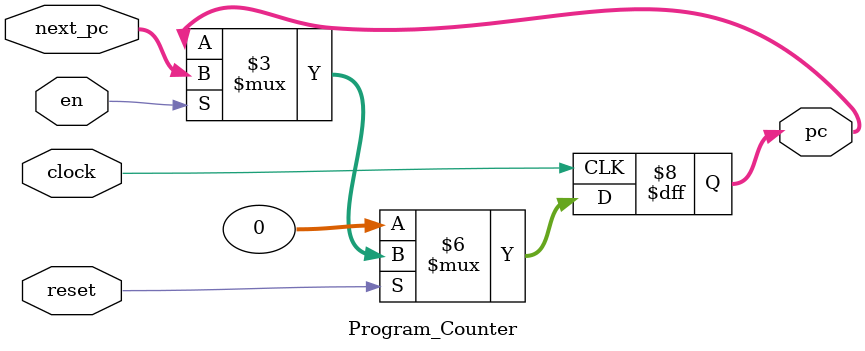
<source format=v>


module Program_Counter
#(parameter ADDR_WIDTH = 32)
(input clock, reset, en,
input [ADDR_WIDTH-1:0] next_pc, 
output reg [ADDR_WIDTH-1:0] pc);


    always @(posedge clock) begin
        if(~reset) begin
            pc <= 32'd0;
        end
        else if(en) begin
            pc <= next_pc;
        end
    end

endmodule
</source>
